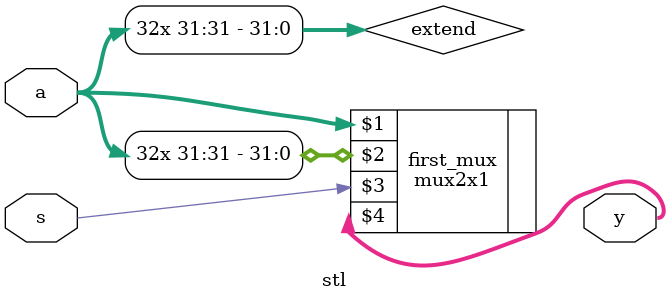
<source format=v>
module stl(a, s, y);
	input [31:0] a;
	input s;
	reg [31:0] extend;
	output [31:0] y;
	always @(*)begin
		extend = {32{a[31]}};	
	end

	mux2x1 first_mux(a, extend, s, y);
endmodule

</source>
